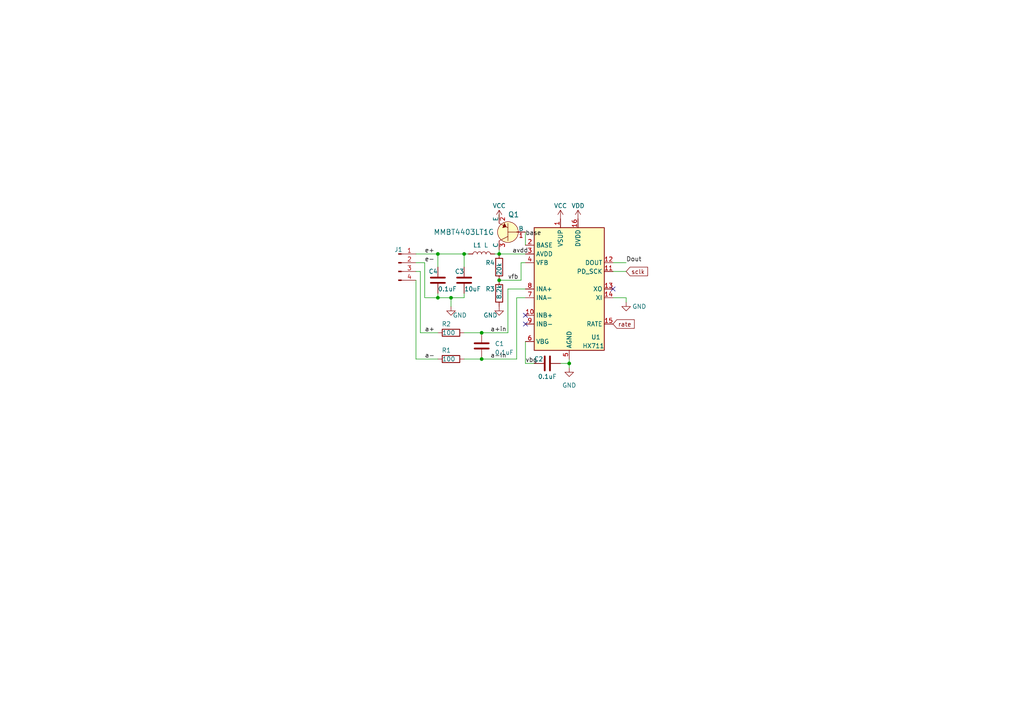
<source format=kicad_sch>
(kicad_sch (version 20230121) (generator eeschema)
  (paper "A4")
  (lib_symbols
    (symbol "Analog_ADC:HX711"
      (property "Reference" "U" (at 5.08 21.59 0))
      (property "Value" "HX711" (at 7.62 19.05 0))
      (symbol "HX711_0_1"
        (rectangle (start -10.16 17.78) (end 10.16 -17.78) (stroke (width 0.254)) (fill (type background)))
      )
      (symbol "HX711_1_1"
        (pin power_in line (at -2.54 20.32 270) (length 2.54) (name "VSUP") (number "1"))
        (pin input line (at -12.7 -7.62 0) (length 2.54) (name "INB+") (number "10"))
        (pin input line (at 12.7 5.08 180) (length 2.54) (name "PD_SCK") (number "11"))
        (pin output line (at 12.7 7.62 180) (length 2.54) (name "DOUT") (number "12"))
        (pin passive line (at 12.7 0 180) (length 2.54) (name "XO") (number "13"))
        (pin passive line (at 12.7 -2.54 180) (length 2.54) (name "XI") (number "14"))
        (pin input line (at 12.7 -10.16 180) (length 2.54) (name "RATE") (number "15"))
        (pin power_in line (at 2.54 20.32 270) (length 2.54) (name "DVDD") (number "16"))
        (pin passive line (at -12.7 12.7 0) (length 2.54) (name "BASE") (number "2"))
        (pin power_in line (at -12.7 10.16 0) (length 2.54) (name "AVDD") (number "3"))
        (pin input line (at -12.7 7.62 0) (length 2.54) (name "VFB") (number "4"))
        (pin power_in line (at 0 -20.32 90) (length 2.54) (name "AGND") (number "5"))
        (pin passive line (at -12.7 -15.24 0) (length 2.54) (name "VBG") (number "6"))
        (pin input line (at -12.7 -2.54 0) (length 2.54) (name "INA-") (number "7"))
        (pin input line (at -12.7 0 0) (length 2.54) (name "INA+") (number "8"))
        (pin input line (at -12.7 -10.16 0) (length 2.54) (name "INB-") (number "9"))
      )
    )
    (symbol "Connector:Conn_01x04_Male" (pin_names (offset 1.016) hide)
      (property "Reference" "J" (at 0 5.08 0))
      (property "Value" "Conn_01x04_Male" (at 0 -7.62 0))
      (symbol "Conn_01x04_Male_1_1"
        (polyline (pts (xy 1.27 -5.08) (xy 0.8636 -5.08)) (stroke (width 0.1524)))
        (polyline (pts (xy 1.27 -2.54) (xy 0.8636 -2.54)) (stroke (width 0.1524)))
        (polyline (pts (xy 1.27 0) (xy 0.8636 0)) (stroke (width 0.1524)))
        (polyline (pts (xy 1.27 2.54) (xy 0.8636 2.54)) (stroke (width 0.1524)))
        (rectangle (start 0.8636 -4.953) (end 0 -5.207) (stroke (width 0.1524)) (fill (type outline)))
        (rectangle (start 0.8636 -2.413) (end 0 -2.667) (stroke (width 0.1524)) (fill (type outline)))
        (rectangle (start 0.8636 0.127) (end 0 -0.127) (stroke (width 0.1524)) (fill (type outline)))
        (rectangle (start 0.8636 2.667) (end 0 2.413) (stroke (width 0.1524)) (fill (type outline)))
        (pin passive line (at 5.08 2.54 180) (length 3.81) (name "Pin_1") (number "1"))
        (pin passive line (at 5.08 0 180) (length 3.81) (name "Pin_2") (number "2"))
        (pin passive line (at 5.08 -2.54 180) (length 3.81) (name "Pin_3") (number "3"))
        (pin passive line (at 5.08 -5.08 180) (length 3.81) (name "Pin_4") (number "4"))
      )
    )
    (symbol "Device:C" (pin_numbers hide) (pin_names (offset 0.254))
      (property "Reference" "C" (at 0.635 2.54 0))
      (property "Value" "C" (at 0.635 -2.54 0))
      (symbol "C_0_1"
        (polyline (pts (xy -2.032 -0.762) (xy 2.032 -0.762)) (stroke (width 0.508)))
        (polyline (pts (xy -2.032 0.762) (xy 2.032 0.762)) (stroke (width 0.508)))
      )
      (symbol "C_1_1"
        (pin passive line (at 0 3.81 270) (length 2.794) (name "~") (number "1"))
        (pin passive line (at 0 -3.81 90) (length 2.794) (name "~") (number "2"))
      )
    )
    (symbol "Device:L" (pin_numbers hide) (pin_names (offset 1.016) hide)
      (property "Reference" "L" (at -1.27 0 90))
      (property "Value" "L" (at 1.905 0 90))
      (symbol "L_0_1"
        (arc (start 0 -2.54) (mid 0.6323 -1.905) (end 0 -1.27))
        (arc (start 0 -1.27) (mid 0.6323 -0.635) (end 0 0))
        (arc (start 0 0) (mid 0.6323 0.635) (end 0 1.27))
        (arc (start 0 1.27) (mid 0.6323 1.905) (end 0 2.54))
      )
      (symbol "L_1_1"
        (pin passive line (at 0 3.81 270) (length 1.27) (name "1") (number "1"))
        (pin passive line (at 0 -3.81 90) (length 1.27) (name "2") (number "2"))
      )
    )
    (symbol "Device:R" (pin_numbers hide) (pin_names (offset 0))
      (property "Reference" "R" (at 2.032 0 90))
      (property "Value" "R" (at 0 0 90))
      (symbol "R_0_1"
        (rectangle (start -1.016 -2.54) (end 1.016 2.54) (stroke (width 0.254)))
      )
      (symbol "R_1_1"
        (pin passive line (at 0 3.81 270) (length 1.27) (name "~") (number "1"))
        (pin passive line (at 0 -3.81 90) (length 1.27) (name "~") (number "2"))
      )
    )
    (symbol "dk_Transistors-Bipolar-BJT-Single:MMBT4403LT1G" (pin_names (offset 0))
      (property "Reference" "Q" (at -2.3876 3.9116 0))
      (property "Value" "MMBT4403LT1G" (at 5.08 0 90))
      (symbol "MMBT4403LT1G_0_1"
        (polyline (pts (xy -3.81 0) (xy -2.54 0)))
        (polyline (pts (xy -3.556 0) (xy 0 0)))
        (polyline (pts (xy 0 -1.27) (xy 2.54 -2.54)))
        (polyline (pts (xy 0 1.27) (xy 2.54 2.54)))
        (polyline (pts (xy 0 2.54) (xy 0 -2.54)))
        (polyline (pts (xy 1.016 2.54) (xy 0.508 1.524) (xy 1.524 1.27) (xy 1.016 2.54)) (fill (type outline)))
        (circle (center 0 0) (radius 2.9972) (fill (type background)))
      )
      (symbol "MMBT4403LT1G_1_1"
        (pin input line (at -5.08 0 0) (length 2.54) (name "B") (number "1"))
        (pin passive line (at 2.54 5.08 270) (length 2.54) (name "E") (number "2"))
        (pin passive line (at 2.54 -5.08 90) (length 2.54) (name "C") (number "3"))
      )
    )
    (symbol "power:GND" (power) (pin_names (offset 0))
      (property "Value" "GND" (at 0 -3.81 0))
      (symbol "GND_0_1"
        (polyline (pts (xy 0 0) (xy 0 -1.27) (xy 1.27 -1.27) (xy 0 -2.54) (xy -1.27 -1.27) (xy 0 -1.27)))
      )
      (symbol "GND_1_1"
        (pin power_in line (at 0 0 270) (length 0) hide (name "GND") (number "1"))
      )
    )
    (symbol "power:VCC" (power) (pin_names (offset 0))
      (property "Value" "VCC" (at 0 3.81 0))
      (symbol "VCC_0_1"
        (polyline (pts (xy -0.762 1.27) (xy 0 2.54)))
        (polyline (pts (xy 0 0) (xy 0 2.54)))
        (polyline (pts (xy 0 2.54) (xy 0.762 1.27)))
      )
      (symbol "VCC_1_1"
        (pin power_in line (at 0 0 90) (length 0) hide (name "VCC") (number "1"))
      )
    )
    (symbol "power:VDD" (power) (pin_names (offset 0))
      (property "Value" "VDD" (at 0 3.81 0))
      (symbol "VDD_0_1"
        (polyline (pts (xy -0.762 1.27) (xy 0 2.54)))
        (polyline (pts (xy 0 0) (xy 0 2.54)))
        (polyline (pts (xy 0 2.54) (xy 0.762 1.27)))
      )
      (symbol "VDD_1_1"
        (pin power_in line (at 0 0 90) (length 0) hide (name "VDD") (number "1"))
      )
    )
  )
  (junction (at 144.78 73.66))
  (junction (at 130.81 86.36))
  (junction (at 165.1 105.41))
  (junction (at 139.7 96.52))
  (junction (at 139.7 104.14))
  (junction (at 127 73.66))
  (junction (at 134.62 73.66))
  (junction (at 127 86.36))
  (junction (at 144.78 81.28))
  (no_connect (at 177.8 83.82))
  (no_connect (at 152.4 91.44))
  (no_connect (at 152.4 93.98))
  (wire (pts (xy 139.7 96.52) (xy 147.32 96.52)))
  (wire (pts (xy 154.94 105.41) (xy 152.4 105.41)))
  (wire (pts (xy 123.19 86.36) (xy 127 86.36)))
  (wire (pts (xy 162.56 105.41) (xy 165.1 105.41)))
  (wire (pts (xy 134.62 86.36) (xy 134.62 85.09)))
  (wire (pts (xy 134.62 77.47) (xy 134.62 73.66)))
  (wire (pts (xy 139.7 104.14) (xy 149.86 104.14)))
  (wire (pts (xy 120.65 81.28) (xy 120.65 104.14)))
  (wire (pts (xy 143.51 73.66) (xy 144.78 73.66)))
  (wire (pts (xy 121.92 96.52) (xy 127 96.52)))
  (wire (pts (xy 144.78 73.66) (xy 152.4 73.66)))
  (wire (pts (xy 152.4 105.41) (xy 152.4 99.06)))
  (wire (pts (xy 120.65 104.14) (xy 127 104.14)))
  (wire (pts (xy 134.62 104.14) (xy 139.7 104.14)))
  (wire (pts (xy 177.8 78.74) (xy 181.61 78.74)))
  (wire (pts (xy 127 86.36) (xy 127 85.09)))
  (wire (pts (xy 120.65 73.66) (xy 127 73.66)))
  (wire (pts (xy 165.1 104.14) (xy 165.1 105.41)))
  (wire (pts (xy 149.86 104.14) (xy 149.86 86.36)))
  (wire (pts (xy 177.8 76.2) (xy 181.61 76.2)))
  (wire (pts (xy 147.32 96.52) (xy 147.32 83.82)))
  (wire (pts (xy 120.65 76.2) (xy 123.19 76.2)))
  (wire (pts (xy 127 73.66) (xy 134.62 73.66)))
  (wire (pts (xy 181.61 86.36) (xy 181.61 87.63)))
  (wire (pts (xy 121.92 96.52) (xy 121.92 78.74)))
  (wire (pts (xy 120.65 78.74) (xy 121.92 78.74)))
  (wire (pts (xy 147.32 83.82) (xy 152.4 83.82)))
  (wire (pts (xy 165.1 105.41) (xy 165.1 106.68)))
  (wire (pts (xy 144.78 72.39) (xy 144.78 73.66)))
  (wire (pts (xy 151.13 76.2) (xy 152.4 76.2)))
  (wire (pts (xy 130.81 88.9) (xy 130.81 86.36)))
  (wire (pts (xy 130.81 86.36) (xy 134.62 86.36)))
  (wire (pts (xy 123.19 86.36) (xy 123.19 76.2)))
  (wire (pts (xy 152.4 67.31) (xy 152.4 71.12)))
  (wire (pts (xy 144.78 62.23) (xy 144.78 63.5)))
  (wire (pts (xy 134.62 73.66) (xy 135.89 73.66)))
  (wire (pts (xy 149.86 86.36) (xy 152.4 86.36)))
  (wire (pts (xy 151.13 81.28) (xy 151.13 76.2)))
  (wire (pts (xy 134.62 96.52) (xy 139.7 96.52)))
  (wire (pts (xy 144.78 81.28) (xy 151.13 81.28)))
  (wire (pts (xy 177.8 86.36) (xy 181.61 86.36)))
  (wire (pts (xy 127 86.36) (xy 130.81 86.36)))
  (wire (pts (xy 127 77.47) (xy 127 73.66)))
  (label "a+" (at 123.19 96.52 0))
  (label "a+in" (at 142.24 96.52 0))
  (label "a-in" (at 142.24 104.14 0))
  (label "vfb" (at 147.32 81.28 0))
  (label "Dout" (at 181.61 76.2 0))
  (label "a-" (at 123.19 104.14 0))
  (label "avdd" (at 148.59 73.66 0))
  (label "base" (at 152.4 68.58 0))
  (label "e+" (at 123.19 73.66 0))
  (label "e-" (at 123.19 76.2 0))
  (label "vbg" (at 152.4 105.41 0))
  (global_label "sclk" (shape input) (at 181.61 78.74 0) (property "Intersheetrefs" "${INTERSHEET_REFS}" (effects hide)))
  (global_label "rate" (shape input) (at 177.8 93.98 0) (property "Intersheetrefs" "${INTERSHEET_REFS}" (effects hide)))
  (symbol (lib_id "power:VCC") (at 162.56 63.5 0) (unit 1)
    (property "Reference" "#PWR03" (effects hide))
    (property "Value" "VCC" (at 162.56 59.69 0))
    (instances (project "octoHX711" (path "" (reference "#PWR03") (unit 1)) (path "" (reference "#PWR02") (unit 1)) (path "" (reference "#PWR09") (unit 1))))
  )
  (symbol (lib_id "Device:C") (at 134.62 81.28 0) (unit 1)
    (property "Reference" "C3" (at 134.62 78.74 0) (effects (justify right)))
    (property "Value" "10uF" (at 134.62 83.82 0) (effects (justify left)))
    (property "Footprint" "Capacitor_SMD:C_0402_1005Metric" (effects hide))
    (instances (project "octoHX711" (path "" (reference "C3") (unit 1)) (path "" (reference "C2") (unit 1)) (path "" (reference "C6") (unit 1))))
  )
  (symbol (lib_id "power:GND") (at 181.61 87.63 0) (unit 1)
    (property "Reference" "#PWR04" (effects hide))
    (property "Value" "GND" (at 185.42 88.9 0))
    (instances (project "octoHX711" (path "" (reference "#PWR04") (unit 1)) (path "" (reference "#PWR04") (unit 1)) (path "" (reference "#PWR011") (unit 1))))
  )
  (symbol (lib_id "power:VDD") (at 167.64 63.5 0) (unit 1)
    (property "Reference" "#PWR02" (effects hide))
    (property "Value" "VDD" (at 167.64 59.69 0))
    (instances (project "octoHX711" (path "" (reference "#PWR02") (unit 1)) (path "" (reference "#PWR03") (unit 1)) (path "" (reference "#PWR010") (unit 1))))
  )
  (symbol (lib_id "Analog_ADC:HX711") (at 165.1 83.82 0) (unit 1)
    (property "Reference" "U1" (at 171.45 97.79 0) (effects (justify left)))
    (property "Value" "HX711" (at 168.91 100.33 0) (effects (justify left)))
    (property "Footprint" "Package_SO:SOP-16_3.9x9.9mm_P1.27mm" (effects hide))
    (property "Datasheet" "https://cdn.sparkfun.com/datasheets/Sensors/ForceFlex/hx711_english.pdf" (effects hide))
    (instances (project "octoHX711" (path "" (reference "U1") (unit 1)) (path "" (reference "U1") (unit 1)) (path "" (reference "U2") (unit 1))))
  )
  (symbol (lib_id "Connector:Conn_01x04_Male") (at 115.57 76.2 0) (unit 1)
    (property "Reference" "J1" (at 115.57 72.39 0))
    (property "Value" "Conn_01x04_Male" (effects hide))
    (property "Footprint" "Connector_PinHeader_2.54mm:PinHeader_1x04_P2.54mm_Vertical" (effects hide))
    (instances (project "octoHX711" (path "" (reference "J1") (unit 1)) (path "" (reference "J1") (unit 1)) (path "" (reference "J2") (unit 1))))
  )
  (symbol (lib_id "power:GND") (at 130.81 88.9 0) (unit 1)
    (property "Reference" "#PWR07" (effects hide))
    (property "Value" "GND" (at 133.35 91.44 0))
    (instances (project "octoHX711" (path "" (reference "#PWR07") (unit 1)) (path "" (reference "#PWR05") (unit 1)) (path "" (reference "#PWR012") (unit 1))))
  )
  (symbol (lib_id "Device:R") (at 144.78 85.09 0) (unit 1)
    (property "Reference" "R3" (at 143.51 83.82 0) (effects (justify right)))
    (property "Value" "8.2k" (at 144.78 82.55 90) (effects (justify right)))
    (property "Footprint" "Resistor_SMD:R_01005_0402Metric" (effects hide))
    (instances (project "octoHX711" (path "" (reference "R3") (unit 1)) (path "" (reference "R2") (unit 1)) (path "" (reference "R6") (unit 1))))
  )
  (symbol (lib_id "Device:R") (at 130.81 96.52 90) (unit 1)
    (property "Reference" "R2" (at 130.81 93.98 90) (effects (justify left)))
    (property "Value" "100" (at 132.08 96.52 90) (effects (justify left)))
    (property "Footprint" "Resistor_SMD:R_01005_0402Metric" (effects hide))
    (instances (project "octoHX711" (path "" (reference "R2") (unit 1)) (path "" (reference "R3") (unit 1)) (path "" (reference "R7") (unit 1))))
  )
  (symbol (lib_id "Device:R") (at 130.81 104.14 90) (unit 1)
    (property "Reference" "R1" (at 130.81 101.6 90) (effects (justify left)))
    (property "Value" "100" (at 132.08 104.14 90) (effects (justify left)))
    (property "Footprint" "Resistor_SMD:R_01005_0402Metric" (effects hide))
    (instances (project "octoHX711" (path "" (reference "R1") (unit 1)) (path "" (reference "R4") (unit 1)) (path "" (reference "R8") (unit 1))))
  )
  (symbol (lib_id "Device:R") (at 144.78 77.47 0) (unit 1)
    (property "Reference" "R4" (at 143.51 76.2 0) (effects (justify right)))
    (property "Value" "20k" (at 144.78 76.2 90) (effects (justify right)))
    (property "Footprint" "Resistor_SMD:R_01005_0402Metric" (effects hide))
    (instances (project "octoHX711" (path "" (reference "R4") (unit 1)) (path "" (reference "R1") (unit 1)) (path "" (reference "R5") (unit 1))))
  )
  (symbol (lib_id "Device:L") (at 139.7 73.66 90) (unit 1)
    (property "Reference" "L1" (at 138.43 71.12 90))
    (property "Value" "L" (at 140.97 71.12 90))
    (property "Footprint" "Inductor_SMD:L_0603_1608Metric" (effects hide))
    (instances (project "octoHX711" (path "" (reference "L1") (unit 1)) (path "" (reference "L1") (unit 1)) (path "" (reference "L2") (unit 1))))
  )
  (symbol (lib_id "Device:C") (at 139.7 100.33 0) (unit 1)
    (property "Reference" "C1" (at 143.51 99.695 0) (effects (justify left)))
    (property "Value" "0.1uF" (at 143.51 102.235 0) (effects (justify left)))
    (property "Footprint" "Capacitor_SMD:C_0402_1005Metric" (effects hide))
    (instances (project "octoHX711" (path "" (reference "C1") (unit 1)) (path "" (reference "C3") (unit 1)) (path "" (reference "C7") (unit 1))))
  )
  (symbol (lib_id "power:GND") (at 165.1 106.68 0) (unit 1)
    (property "Reference" "#PWR01" (effects hide))
    (property "Value" "GND" (at 165.1 111.76 0))
    (instances (project "octoHX711" (path "" (reference "#PWR01") (unit 1)) (path "" (reference "#PWR07") (unit 1)) (path "" (reference "#PWR014") (unit 1))))
  )
  (symbol (lib_id "Device:C") (at 127 81.28 0) (unit 1)
    (property "Reference" "C4" (at 127 78.74 0) (effects (justify right)))
    (property "Value" "0.1uF" (at 127 83.82 0) (effects (justify left)))
    (property "Footprint" "Capacitor_SMD:C_0402_1005Metric" (effects hide))
    (instances (project "octoHX711" (path "" (reference "C4") (unit 1)) (path "" (reference "C1") (unit 1)) (path "" (reference "C5") (unit 1))))
  )
  (symbol (lib_id "power:GND") (at 144.78 88.9 0) (unit 1)
    (property "Reference" "#PWR05" (effects hide))
    (property "Value" "GND" (at 142.24 91.44 0))
    (instances (project "octoHX711" (path "" (reference "#PWR05") (unit 1)) (path "" (reference "#PWR06") (unit 1)) (path "" (reference "#PWR013") (unit 1))))
  )
  (symbol (lib_id "Device:C") (at 158.75 105.41 90) (unit 1)
    (property "Reference" "C2" (at 156.21 104.14 90))
    (property "Value" "0.1uF" (at 158.75 109.22 90))
    (property "Footprint" "Capacitor_SMD:C_0402_1005Metric" (effects hide))
    (instances (project "octoHX711" (path "" (reference "C2") (unit 1)) (path "" (reference "C4") (unit 1)) (path "" (reference "C8") (unit 1))))
  )
  (symbol (lib_id "power:VCC") (at 144.78 63.5 0) (unit 1)
    (property "Reference" "#PWR06" (effects hide))
    (property "Value" "VCC" (at 144.78 59.69 0))
    (instances (project "octoHX711" (path "" (reference "#PWR06") (unit 1)) (path "" (reference "#PWR01") (unit 1)) (path "" (reference "#PWR08") (unit 1))))
  )
  (symbol (lib_id "dk_Transistors-Bipolar-BJT-Single:MMBT4403LT1G") (at 147.32 67.31 0) (mirror y) (unit 1)
    (property "Reference" "Q1" (at 147.32 62.23 0) (effects (font (size 1.524 1.524)) (justify right)))
    (property "Value" "MMBT4403LT1G" (at 125.73 67.31 0) (effects (font (size 1.524 1.524)) (justify right)))
    (property "Footprint" "digikey-footprints:SOT-23-3" (effects hide))
    (property "Datasheet" "http://www.onsemi.com/pub/Collateral/MMBT4403LT1-D.PDF" (effects hide))
    (property "Digi-Key_PN" "MMBT4403LT1GOSCT-ND" (effects hide))
    (property "MPN" "MMBT4403LT1G" (effects hide))
    (property "Category" "Discrete Semiconductor Products" (effects hide))
    (property "Family" "Transistors - Bipolar (BJT) - Single" (effects hide))
    (property "DK_Datasheet_Link" "http://www.onsemi.com/pub/Collateral/MMBT4403LT1-D.PDF" (effects hide))
    (property "DK_Detail_Page" "/product-detail/en/on-semiconductor/MMBT4403LT1G/MMBT4403LT1GOSCT-ND/1139820" (effects hide))
    (property "Description" "TRANS PNP 40V 0.6A SOT23" (effects hide))
    (property "Manufacturer" "ON Semiconductor" (effects hide))
    (property "Status" "Active" (effects hide))
    (instances (project "octoHX711" (path "" (reference "Q1") (unit 1)) (path "" (reference "Q1") (unit 1)) (path "" (reference "Q2") (unit 1))))
  )
)
</source>
